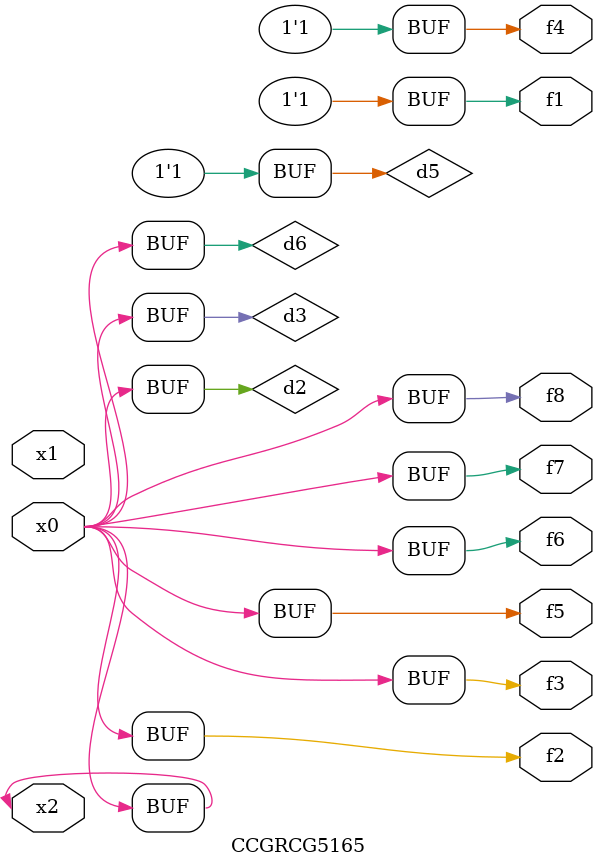
<source format=v>
module CCGRCG5165(
	input x0, x1, x2,
	output f1, f2, f3, f4, f5, f6, f7, f8
);

	wire d1, d2, d3, d4, d5, d6;

	xnor (d1, x2);
	buf (d2, x0, x2);
	and (d3, x0);
	xnor (d4, x1, x2);
	nand (d5, d1, d3);
	buf (d6, d2, d3);
	assign f1 = d5;
	assign f2 = d6;
	assign f3 = d6;
	assign f4 = d5;
	assign f5 = d6;
	assign f6 = d6;
	assign f7 = d6;
	assign f8 = d6;
endmodule

</source>
